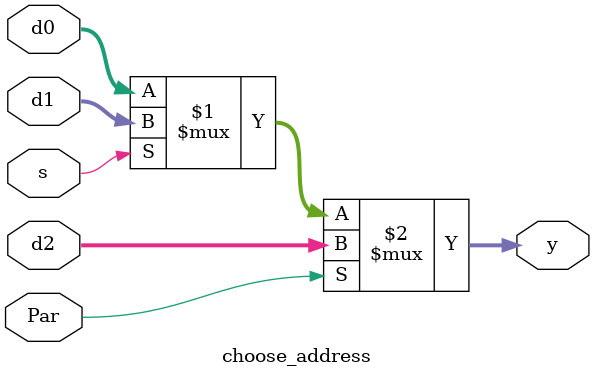
<source format=sv>


// run 210
// Expect simulator to print "Simulation succeeded"
// when the value 25 (0x19) is written to address 100 (0x64)

// Single-cycle implementation of RISC-V (RV32I)
// User-level Instruction Set Architecture V2.2 (May 7, 2017)
// Implements a subset of the base integer instructions:
//    lw, sw
//    add, sub, and, or, slt, 
//    addi, andi, ori, slti
//    beq
//    jal
// Exceptions, traps, and interrupts not implemented
// little-endian memory

// 31 32-bit registers x1-x31, x0 hardwired to 0
// R-Type instructions
//   add, sub, and, or, slt
//   INSTR rd, rs1, rs2
//   Instr[31:25] = funct7 (funct7b5 & opb5 = 1 for sub, 0 for others)
//   Instr[24:20] = rs2
//   Instr[19:15] = rs1
//   Instr[14:12] = funct3
//   Instr[11:7]  = rd
//   Instr[6:0]   = opcode
// I-Type Instructions
//   lw, I-type ALU (addi, andi, ori, slti)
//   lw:         INSTR rd, imm(rs1)
//   I-type ALU: INSTR rd, rs1, imm (12-bit signed)
//   Instr[31:20] = imm[11:0]
//   Instr[24:20] = rs2
//   Instr[19:15] = rs1
//   Instr[14:12] = funct3
//   Instr[11:7]  = rd
//   Instr[6:0]   = opcode
// S-Type Instruction
//   sw rs2, imm(rs1) (store rs2 into address specified by rs1 + immm)
//   Instr[31:25] = imm[11:5] (offset[11:5])
//   Instr[24:20] = rs2 (src)
//   Instr[19:15] = rs1 (base)
//   Instr[14:12] = funct3
//   Instr[11:7]  = imm[4:0]  (offset[4:0])
//   Instr[6:0]   = opcode
// B-Type Instruction
//   beq rs1, rs2, imm (PCTarget = PC + (signed imm x 2))
//   Instr[31:25] = imm[12], imm[10:5]
//   Instr[24:20] = rs2
//   Instr[19:15] = rs1
//   Instr[14:12] = funct3
//   Instr[11:7]  = imm[4:1], imm[11]
//   Instr[6:0]   = opcode
// J-Type Instruction
//   jal rd, imm  (signed imm is multiplied by 2 and added to PC, rd = PC+4)
//   Instr[31:12] = imm[20], imm[10:1], imm[11], imm[19:12]
//   Instr[11:7]  = rd
//   Instr[6:0]   = opcode

//   Instruction  opcode    funct3    funct7
//   add          0110011   000       0000000
//   sub          0110011   000       0100000
//   and          0110011   111       0000000
//   or           0110011   110       0000000
//   slt          0110011   010       0000000
//   addi         0010011   000       immediate
//   andi         0010011   111       immediate
//   ori          0010011   110       immediate
//   slti         0010011   010       immediate
//   beq          1100011   000       immediate
//   lw	          0000011   010       immediate
//   sw           0100011   010       immediate
//   jal          1101111   immediate immediate

module riscvsingle(input  logic        clk, reset,
                   output logic [31:0] PC,
                   input  logic [31:0] Instr,
                   output logic        MemWrite,
                   output logic [31:0] ALUResult, WriteData,
                   input  logic [31:0] ReadData);

  logic       ALUSrc, RegWrite, Jump, Par, Zero;
  logic [1:0] ResultSrc, ImmSrc;
  logic [2:0] ALUControl;

  controller c(Instr[6:0], Instr[14:12], Instr[30], Zero,
               ResultSrc, MemWrite, PCSrc,
               ALUSrc, RegWrite, Jump,Par,
               ImmSrc, ALUControl);
  datapath dp(clk, reset, ResultSrc, PCSrc,Par,
              ALUSrc, RegWrite,
              ImmSrc, ALUControl,
              Zero, PC, Instr,
              ALUResult, WriteData, ReadData);
endmodule

module controller(input  logic [6:0] op,
                  input  logic [2:0] funct3,
                  input  logic       funct7b5,
                  input  logic       Zero,
                  output logic [1:0] ResultSrc,
                  output logic       MemWrite,
                  output logic       PCSrc, ALUSrc,
                  output logic       RegWrite, Jump,
						output logic       Par,
                  output logic [1:0] ImmSrc,
                  output logic [2:0] ALUControl);

  logic [1:0] ALUOp;
  logic       Branch;

  maindec md(op, ResultSrc, MemWrite, Branch,
             ALUSrc, RegWrite, Jump,Par, ImmSrc, ALUOp);
  aludec  ad(op[5], funct3, funct7b5, ALUOp, ALUControl);

  assign PCSrc = Branch & Zero | Jump;
endmodule

module maindec(input  logic [6:0] op,
               output logic [1:0] ResultSrc,
               output logic       MemWrite,
               output logic       Branch, ALUSrc,
               output logic       RegWrite, Jump,
					output logic       Par,
               output logic [1:0] ImmSrc,
               output logic [1:0] ALUOp);

  logic [11:0] controls;

  assign {RegWrite, ImmSrc, ALUSrc, MemWrite,
          ResultSrc, Branch, ALUOp, Jump,Par} = controls;

  always_comb
    case(op)
    // RegWrite_ImmSrc_ALUSrc_MemWrite_ResultSrc_Branch_ALUOp_Jump_Par
      7'b0000011: controls = 12'b1_00_1_0_01_0_00_0_0; // lw
      7'b0100011: controls = 12'b0_01_1_1_00_0_00_0_0; // sw
      7'b0110011: controls = 12'b1_xx_0_0_00_0_10_0_0; // R-type 
      7'b1100011: controls = 12'b0_10_0_0_00_1_01_0_0; // beq
      7'b0010011: controls = 12'b1_00_1_0_00_0_10_0_0; // I-type ALU
      7'b1101111: controls = 12'b1_11_0_0_10_0_00_1_0; // jal
		7'b1100111: controls = 12'b1_00_1_0_10_0_10_1_1; //jalr
      default:    controls = 12'bx_xx_x_x_xx_x_xx_x_0; // non-implemented instruction
    endcase
endmodule

module aludec(input  logic       opb5,
              input  logic [2:0] funct3,
              input  logic       funct7b5, 
              input  logic [1:0] ALUOp,
              output logic [2:0] ALUControl);

  logic  RtypeSub;
  assign RtypeSub = funct7b5 & opb5;  // TRUE for R-type subtract instruction

  always_comb
    case(ALUOp)
      2'b00:                ALUControl = 3'b000; // addition
      2'b01:                ALUControl = 3'b001; // subtraction
      default: case(funct3) // R-type or I-type ALU
                 3'b000:  if (RtypeSub) 
                            ALUControl = 3'b001; // sub
                          else          
                            ALUControl = 3'b000; // add, addi
                 3'b010:    ALUControl = 3'b101; // slt, slti
                 3'b110:    ALUControl = 3'b011; // or, ori
                 3'b111:    ALUControl = 3'b010; // and, andi
                 default:   ALUControl = 3'bxxx; // ???
               endcase
    endcase
endmodule

module datapath(input  logic        clk, reset,
                input  logic [1:0]  ResultSrc, 
                input  logic        PCSrc,Par, ALUSrc,
                input  logic        RegWrite,
                input  logic [1:0]  ImmSrc,
                input  logic [2:0]  ALUControl,
                output logic        Zero,
                output logic [31:0] PC,
                input  logic [31:0] Instr,
                output logic [31:0] ALUResult, WriteData,
                input  logic [31:0] ReadData);

  logic [31:0] PCNext, PCPlus4, PCTarget;
  logic [31:0] ImmExt;
  logic [31:0] SrcA, SrcB;
  logic [31:0] Result;

  // next PC logic
  flopr #(32) pcreg(clk, reset, PCNext, PC); 
  adder       pcadd4(PC, 32'd4, PCPlus4);
  adder       pcaddbranch(PC, ImmExt, PCTarget);
  //mux2 #(32)  pcmux(PCPlus4, PCTarget, PCSrc, PCNext);
  choose_address pcmux(PCPlus4, PCTarget,ALUResult, PCSrc,Par, PCNext);
  // register file logic
  regfile     rf(clk, RegWrite, Instr[19:15], Instr[24:20], 
                 Instr[11:7], Result, SrcA, WriteData);
  extend      ext(Instr[31:7], ImmSrc, ImmExt);

  // ALU logic
  mux2 #(32)  srcbmux(WriteData, ImmExt, ALUSrc, SrcB);
  alu         alu(SrcA, SrcB, ALUControl, ALUResult, Zero);
  mux3 #(32)  resultmux(ALUResult, ReadData, PCPlus4, ResultSrc, Result);
endmodule

module regfile(input  logic        clk, 
               input  logic        we3, 
               input  logic [ 4:0] a1, a2, a3, 
               input  logic [31:0] wd3, 
               output logic [31:0] rd1, rd2);

  logic [31:0] rf[31:0];

  // three ported register file
  // read two ports combinationally (A1/RD1, A2/RD2)
  // write third port on rising edge of clock (A3/WD3/WE3)
  // register 0 hardwired to 0

  always_ff @(posedge clk)
    if (we3) rf[a3] <= wd3;	

  assign rd1 = (a1 != 0) ? rf[a1] : 0;
  assign rd2 = (a2 != 0) ? rf[a2] : 0;
endmodule

module adder(input  [31:0] a, b,
             output [31:0] y);

  assign y = a + b;
endmodule

module extend(input  logic [31:7] instr,
              input  logic [1:0]  immsrc,
              output logic [31:0] immext);
 
  always_comb
    case(immsrc) 
               // I-type 
      2'b00:   immext = {{20{instr[31]}}, instr[31:20]};  
               // S-type (stores)
      2'b01:   immext = {{20{instr[31]}}, instr[31:25], instr[11:7]}; 
               // B-type (branches)
      2'b10:   immext = {{20{instr[31]}}, instr[7], instr[30:25], instr[11:8], 1'b0}; 
               // J-type (jal)
      2'b11:   immext = {{12{instr[31]}}, instr[19:12], instr[20], instr[30:21], 1'b0}; 
      default: immext = 32'bx; // undefined
    endcase             
endmodule

module flopr #(parameter WIDTH = 8)
              (input  logic             clk, reset,
               input  logic [WIDTH-1:0] d, 
               output logic [WIDTH-1:0] q);

  always_ff @(posedge clk, posedge reset)
    if (reset) q <= 0;
    else       q <= d;
endmodule

module mux2 #(parameter WIDTH = 8)
             (input  logic [WIDTH-1:0] d0, d1, 
              input  logic             s, 
              output logic [WIDTH-1:0] y);

  assign y = s ? d1 : d0; 
endmodule

module mux3 #(parameter WIDTH = 8)
             (input  logic [WIDTH-1:0] d0, d1, d2,
              input  logic [1:0]       s, 
              output logic [WIDTH-1:0] y);

  assign y = s[1] ? d2 : (s[0] ? d1 : d0); 
endmodule


module alu(input  logic [31:0] a, b,
           input  logic [2:0]  alucontrol,
           output logic [31:0] result,
           output logic        zero);

  logic [31:0] condinvb, sum;
  logic        v;              // overflow
  logic        isAddSub;       // true when is add or subtract operation

  assign condinvb = alucontrol[0] ? ~b : b;
  assign sum = a + condinvb + alucontrol[0];
  assign isAddSub = ~alucontrol[2] & ~alucontrol[1] |
                    ~alucontrol[1] & alucontrol[0];

  always_comb
    case (alucontrol)
      3'b000:  result = sum;         // add
      3'b001:  result = sum;         // subtract
      3'b010:  result = a & b;       // and
      3'b011:  result = a | b;       // or
      3'b100:  result = a ^ b;       // xor
      3'b101:  result = sum[31] ^ v; // slt
      3'b110:  result = a << b[4:0]; // sll
      3'b111:  result = a >> b[4:0]; // srl
      default: result = 32'bx;
    endcase

  assign zero = (result == 32'b0);
  assign v = ~(alucontrol[0] ^ a[31] ^ b[31]) & (a[31] ^ sum[31]) & isAddSub;
  
endmodule

module choose_address #(parameter WIDTH = 8)
             (input  logic [WIDTH-1:0] d0, d1, d2,
              input  logic s,
				  input  logic Par,
              output logic [WIDTH-1:0] y);
				  
	assign y = Par ? d2 : (s ? d1 : d0); 
	
endmodule

</source>
